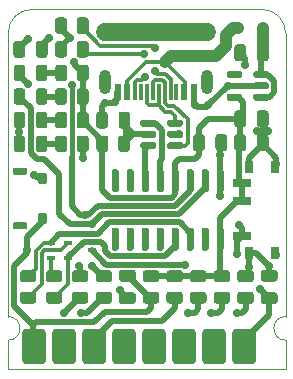
<source format=gbr>
G04 #@! TF.GenerationSoftware,KiCad,Pcbnew,6.0.10+dfsg-1~bpo11+1*
G04 #@! TF.ProjectId,project,70726f6a-6563-4742-9e6b-696361645f70,rev?*
G04 #@! TF.SameCoordinates,Original*
G04 #@! TF.FileFunction,Copper,L1,Top*
G04 #@! TF.FilePolarity,Positive*
%FSLAX46Y46*%
G04 Gerber Fmt 4.6, Leading zero omitted, Abs format (unit mm)*
%MOMM*%
%LPD*%
G01*
G04 APERTURE LIST*
G04 #@! TA.AperFunction,Profile*
%ADD10C,0.100000*%
G04 #@! TD*
G04 #@! TA.AperFunction,SMDPad,CuDef*
%ADD11R,0.600000X0.450000*%
G04 #@! TD*
G04 #@! TA.AperFunction,SMDPad,CuDef*
%ADD12R,1.500000X0.700000*%
G04 #@! TD*
G04 #@! TA.AperFunction,SMDPad,CuDef*
%ADD13R,0.800000X1.000000*%
G04 #@! TD*
G04 #@! TA.AperFunction,SMDPad,CuDef*
%ADD14R,0.600000X1.450000*%
G04 #@! TD*
G04 #@! TA.AperFunction,SMDPad,CuDef*
%ADD15R,0.300000X1.450000*%
G04 #@! TD*
G04 #@! TA.AperFunction,ComponentPad*
%ADD16O,1.000000X2.100000*%
G04 #@! TD*
G04 #@! TA.AperFunction,ComponentPad*
%ADD17O,1.000000X1.600000*%
G04 #@! TD*
G04 #@! TA.AperFunction,SMDPad,CuDef*
%ADD18R,0.700000X0.450000*%
G04 #@! TD*
G04 #@! TA.AperFunction,ViaPad*
%ADD19C,0.700000*%
G04 #@! TD*
G04 #@! TA.AperFunction,Conductor*
%ADD20C,0.500000*%
G04 #@! TD*
G04 #@! TA.AperFunction,Conductor*
%ADD21C,1.000000*%
G04 #@! TD*
G04 #@! TA.AperFunction,Conductor*
%ADD22C,0.300000*%
G04 #@! TD*
G04 #@! TA.AperFunction,Conductor*
%ADD23C,0.400000*%
G04 #@! TD*
G04 #@! TA.AperFunction,Conductor*
%ADD24C,1.500000*%
G04 #@! TD*
G04 APERTURE END LIST*
D10*
X122250000Y-126475000D02*
X101150000Y-126475000D01*
X123500000Y-98000000D02*
X123500000Y-122000000D01*
X100000000Y-98000000D02*
X100000000Y-122000000D01*
X123500000Y-98000000D02*
G75*
G03*
X121500000Y-96000000I-2000000J0D01*
G01*
X123500000Y-122000000D02*
G75*
G03*
X123500000Y-124000000I0J-1000000D01*
G01*
X123500000Y-124000000D02*
X123500000Y-126475000D01*
X122250000Y-126475000D02*
X123500000Y-126475000D01*
X100000000Y-124000000D02*
X100000000Y-126475000D01*
X102000000Y-96000000D02*
X121500000Y-96000000D01*
X101150000Y-126475000D02*
X100000000Y-126475000D01*
X100000000Y-124000000D02*
G75*
G03*
X100000000Y-122000000I0J1000000D01*
G01*
X102000000Y-96000000D02*
G75*
G03*
X100000000Y-98000000I0J-2000000D01*
G01*
G04 #@! TA.AperFunction,SMDPad,CuDef*
G36*
G01*
X112550000Y-120925000D02*
X111650000Y-120925000D01*
G75*
G02*
X111400000Y-120675000I0J250000D01*
G01*
X111400000Y-120150000D01*
G75*
G02*
X111650000Y-119900000I250000J0D01*
G01*
X112550000Y-119900000D01*
G75*
G02*
X112800000Y-120150000I0J-250000D01*
G01*
X112800000Y-120675000D01*
G75*
G02*
X112550000Y-120925000I-250000J0D01*
G01*
G37*
G04 #@! TD.AperFunction*
G04 #@! TA.AperFunction,SMDPad,CuDef*
G36*
G01*
X112550000Y-119100000D02*
X111650000Y-119100000D01*
G75*
G02*
X111400000Y-118850000I0J250000D01*
G01*
X111400000Y-118325000D01*
G75*
G02*
X111650000Y-118075000I250000J0D01*
G01*
X112550000Y-118075000D01*
G75*
G02*
X112800000Y-118325000I0J-250000D01*
G01*
X112800000Y-118850000D01*
G75*
G02*
X112550000Y-119100000I-250000J0D01*
G01*
G37*
G04 #@! TD.AperFunction*
G04 #@! TA.AperFunction,SMDPad,CuDef*
G36*
G01*
X110325000Y-106925000D02*
X110325000Y-107825000D01*
G75*
G02*
X110075000Y-108075000I-250000J0D01*
G01*
X109550000Y-108075000D01*
G75*
G02*
X109300000Y-107825000I0J250000D01*
G01*
X109300000Y-106925000D01*
G75*
G02*
X109550000Y-106675000I250000J0D01*
G01*
X110075000Y-106675000D01*
G75*
G02*
X110325000Y-106925000I0J-250000D01*
G01*
G37*
G04 #@! TD.AperFunction*
G04 #@! TA.AperFunction,SMDPad,CuDef*
G36*
G01*
X108500000Y-106925000D02*
X108500000Y-107825000D01*
G75*
G02*
X108250000Y-108075000I-250000J0D01*
G01*
X107725000Y-108075000D01*
G75*
G02*
X107475000Y-107825000I0J250000D01*
G01*
X107475000Y-106925000D01*
G75*
G02*
X107725000Y-106675000I250000J0D01*
G01*
X108250000Y-106675000D01*
G75*
G02*
X108500000Y-106925000I0J-250000D01*
G01*
G37*
G04 #@! TD.AperFunction*
G04 #@! TA.AperFunction,SMDPad,CuDef*
G36*
G01*
X109625000Y-118050000D02*
X110575000Y-118050000D01*
G75*
G02*
X110825000Y-118300000I0J-250000D01*
G01*
X110825000Y-118800000D01*
G75*
G02*
X110575000Y-119050000I-250000J0D01*
G01*
X109625000Y-119050000D01*
G75*
G02*
X109375000Y-118800000I0J250000D01*
G01*
X109375000Y-118300000D01*
G75*
G02*
X109625000Y-118050000I250000J0D01*
G01*
G37*
G04 #@! TD.AperFunction*
G04 #@! TA.AperFunction,SMDPad,CuDef*
G36*
G01*
X109625000Y-119950000D02*
X110575000Y-119950000D01*
G75*
G02*
X110825000Y-120200000I0J-250000D01*
G01*
X110825000Y-120700000D01*
G75*
G02*
X110575000Y-120950000I-250000J0D01*
G01*
X109625000Y-120950000D01*
G75*
G02*
X109375000Y-120700000I0J250000D01*
G01*
X109375000Y-120200000D01*
G75*
G02*
X109625000Y-119950000I250000J0D01*
G01*
G37*
G04 #@! TD.AperFunction*
G04 #@! TA.AperFunction,SMDPad,CuDef*
G36*
G01*
X103450000Y-118075000D02*
X104350000Y-118075000D01*
G75*
G02*
X104600000Y-118325000I0J-250000D01*
G01*
X104600000Y-118850000D01*
G75*
G02*
X104350000Y-119100000I-250000J0D01*
G01*
X103450000Y-119100000D01*
G75*
G02*
X103200000Y-118850000I0J250000D01*
G01*
X103200000Y-118325000D01*
G75*
G02*
X103450000Y-118075000I250000J0D01*
G01*
G37*
G04 #@! TD.AperFunction*
G04 #@! TA.AperFunction,SMDPad,CuDef*
G36*
G01*
X103450000Y-119900000D02*
X104350000Y-119900000D01*
G75*
G02*
X104600000Y-120150000I0J-250000D01*
G01*
X104600000Y-120675000D01*
G75*
G02*
X104350000Y-120925000I-250000J0D01*
G01*
X103450000Y-120925000D01*
G75*
G02*
X103200000Y-120675000I0J250000D01*
G01*
X103200000Y-120150000D01*
G75*
G02*
X103450000Y-119900000I250000J0D01*
G01*
G37*
G04 #@! TD.AperFunction*
G04 #@! TA.AperFunction,SMDPad,CuDef*
G36*
G01*
X103350000Y-98900000D02*
X103350000Y-99850000D01*
G75*
G02*
X103100000Y-100100000I-250000J0D01*
G01*
X102600000Y-100100000D01*
G75*
G02*
X102350000Y-99850000I0J250000D01*
G01*
X102350000Y-98900000D01*
G75*
G02*
X102600000Y-98650000I250000J0D01*
G01*
X103100000Y-98650000D01*
G75*
G02*
X103350000Y-98900000I0J-250000D01*
G01*
G37*
G04 #@! TD.AperFunction*
G04 #@! TA.AperFunction,SMDPad,CuDef*
G36*
G01*
X101450000Y-98900000D02*
X101450000Y-99850000D01*
G75*
G02*
X101200000Y-100100000I-250000J0D01*
G01*
X100700000Y-100100000D01*
G75*
G02*
X100450000Y-99850000I0J250000D01*
G01*
X100450000Y-98900000D01*
G75*
G02*
X100700000Y-98650000I250000J0D01*
G01*
X101200000Y-98650000D01*
G75*
G02*
X101450000Y-98900000I0J-250000D01*
G01*
G37*
G04 #@! TD.AperFunction*
G04 #@! TA.AperFunction,SMDPad,CuDef*
G36*
G01*
X100475000Y-101831250D02*
X100475000Y-100918750D01*
G75*
G02*
X100718750Y-100675000I243750J0D01*
G01*
X101206250Y-100675000D01*
G75*
G02*
X101450000Y-100918750I0J-243750D01*
G01*
X101450000Y-101831250D01*
G75*
G02*
X101206250Y-102075000I-243750J0D01*
G01*
X100718750Y-102075000D01*
G75*
G02*
X100475000Y-101831250I0J243750D01*
G01*
G37*
G04 #@! TD.AperFunction*
G04 #@! TA.AperFunction,SMDPad,CuDef*
G36*
G01*
X102350000Y-101831250D02*
X102350000Y-100918750D01*
G75*
G02*
X102593750Y-100675000I243750J0D01*
G01*
X103081250Y-100675000D01*
G75*
G02*
X103325000Y-100918750I0J-243750D01*
G01*
X103325000Y-101831250D01*
G75*
G02*
X103081250Y-102075000I-243750J0D01*
G01*
X102593750Y-102075000D01*
G75*
G02*
X102350000Y-101831250I0J243750D01*
G01*
G37*
G04 #@! TD.AperFunction*
G04 #@! TA.AperFunction,SMDPad,CuDef*
G36*
G01*
X100475000Y-103831250D02*
X100475000Y-102918750D01*
G75*
G02*
X100718750Y-102675000I243750J0D01*
G01*
X101206250Y-102675000D01*
G75*
G02*
X101450000Y-102918750I0J-243750D01*
G01*
X101450000Y-103831250D01*
G75*
G02*
X101206250Y-104075000I-243750J0D01*
G01*
X100718750Y-104075000D01*
G75*
G02*
X100475000Y-103831250I0J243750D01*
G01*
G37*
G04 #@! TD.AperFunction*
G04 #@! TA.AperFunction,SMDPad,CuDef*
G36*
G01*
X102350000Y-103831250D02*
X102350000Y-102918750D01*
G75*
G02*
X102593750Y-102675000I243750J0D01*
G01*
X103081250Y-102675000D01*
G75*
G02*
X103325000Y-102918750I0J-243750D01*
G01*
X103325000Y-103831250D01*
G75*
G02*
X103081250Y-104075000I-243750J0D01*
G01*
X102593750Y-104075000D01*
G75*
G02*
X102350000Y-103831250I0J243750D01*
G01*
G37*
G04 #@! TD.AperFunction*
G04 #@! TA.AperFunction,SMDPad,CuDef*
G36*
G01*
X119150000Y-107750000D02*
X119150000Y-106800000D01*
G75*
G02*
X119400000Y-106550000I250000J0D01*
G01*
X119900000Y-106550000D01*
G75*
G02*
X120150000Y-106800000I0J-250000D01*
G01*
X120150000Y-107750000D01*
G75*
G02*
X119900000Y-108000000I-250000J0D01*
G01*
X119400000Y-108000000D01*
G75*
G02*
X119150000Y-107750000I0J250000D01*
G01*
G37*
G04 #@! TD.AperFunction*
G04 #@! TA.AperFunction,SMDPad,CuDef*
G36*
G01*
X121050000Y-107750000D02*
X121050000Y-106800000D01*
G75*
G02*
X121300000Y-106550000I250000J0D01*
G01*
X121800000Y-106550000D01*
G75*
G02*
X122050000Y-106800000I0J-250000D01*
G01*
X122050000Y-107750000D01*
G75*
G02*
X121800000Y-108000000I-250000J0D01*
G01*
X121300000Y-108000000D01*
G75*
G02*
X121050000Y-107750000I0J250000D01*
G01*
G37*
G04 #@! TD.AperFunction*
G04 #@! TA.AperFunction,SMDPad,CuDef*
G36*
G01*
X118550000Y-120925000D02*
X117650000Y-120925000D01*
G75*
G02*
X117400000Y-120675000I0J250000D01*
G01*
X117400000Y-120150000D01*
G75*
G02*
X117650000Y-119900000I250000J0D01*
G01*
X118550000Y-119900000D01*
G75*
G02*
X118800000Y-120150000I0J-250000D01*
G01*
X118800000Y-120675000D01*
G75*
G02*
X118550000Y-120925000I-250000J0D01*
G01*
G37*
G04 #@! TD.AperFunction*
G04 #@! TA.AperFunction,SMDPad,CuDef*
G36*
G01*
X118550000Y-119100000D02*
X117650000Y-119100000D01*
G75*
G02*
X117400000Y-118850000I0J250000D01*
G01*
X117400000Y-118325000D01*
G75*
G02*
X117650000Y-118075000I250000J0D01*
G01*
X118550000Y-118075000D01*
G75*
G02*
X118800000Y-118325000I0J-250000D01*
G01*
X118800000Y-118850000D01*
G75*
G02*
X118550000Y-119100000I-250000J0D01*
G01*
G37*
G04 #@! TD.AperFunction*
G04 #@! TA.AperFunction,SMDPad,CuDef*
G36*
G01*
X117795000Y-109525000D02*
X118095000Y-109525000D01*
G75*
G02*
X118245000Y-109675000I0J-150000D01*
G01*
X118245000Y-111325000D01*
G75*
G02*
X118095000Y-111475000I-150000J0D01*
G01*
X117795000Y-111475000D01*
G75*
G02*
X117645000Y-111325000I0J150000D01*
G01*
X117645000Y-109675000D01*
G75*
G02*
X117795000Y-109525000I150000J0D01*
G01*
G37*
G04 #@! TD.AperFunction*
G04 #@! TA.AperFunction,SMDPad,CuDef*
G36*
G01*
X116525000Y-109525000D02*
X116825000Y-109525000D01*
G75*
G02*
X116975000Y-109675000I0J-150000D01*
G01*
X116975000Y-111325000D01*
G75*
G02*
X116825000Y-111475000I-150000J0D01*
G01*
X116525000Y-111475000D01*
G75*
G02*
X116375000Y-111325000I0J150000D01*
G01*
X116375000Y-109675000D01*
G75*
G02*
X116525000Y-109525000I150000J0D01*
G01*
G37*
G04 #@! TD.AperFunction*
G04 #@! TA.AperFunction,SMDPad,CuDef*
G36*
G01*
X115255000Y-109525000D02*
X115555000Y-109525000D01*
G75*
G02*
X115705000Y-109675000I0J-150000D01*
G01*
X115705000Y-111325000D01*
G75*
G02*
X115555000Y-111475000I-150000J0D01*
G01*
X115255000Y-111475000D01*
G75*
G02*
X115105000Y-111325000I0J150000D01*
G01*
X115105000Y-109675000D01*
G75*
G02*
X115255000Y-109525000I150000J0D01*
G01*
G37*
G04 #@! TD.AperFunction*
G04 #@! TA.AperFunction,SMDPad,CuDef*
G36*
G01*
X113985000Y-109525000D02*
X114285000Y-109525000D01*
G75*
G02*
X114435000Y-109675000I0J-150000D01*
G01*
X114435000Y-111325000D01*
G75*
G02*
X114285000Y-111475000I-150000J0D01*
G01*
X113985000Y-111475000D01*
G75*
G02*
X113835000Y-111325000I0J150000D01*
G01*
X113835000Y-109675000D01*
G75*
G02*
X113985000Y-109525000I150000J0D01*
G01*
G37*
G04 #@! TD.AperFunction*
G04 #@! TA.AperFunction,SMDPad,CuDef*
G36*
G01*
X112715000Y-109525000D02*
X113015000Y-109525000D01*
G75*
G02*
X113165000Y-109675000I0J-150000D01*
G01*
X113165000Y-111325000D01*
G75*
G02*
X113015000Y-111475000I-150000J0D01*
G01*
X112715000Y-111475000D01*
G75*
G02*
X112565000Y-111325000I0J150000D01*
G01*
X112565000Y-109675000D01*
G75*
G02*
X112715000Y-109525000I150000J0D01*
G01*
G37*
G04 #@! TD.AperFunction*
G04 #@! TA.AperFunction,SMDPad,CuDef*
G36*
G01*
X111445000Y-109525000D02*
X111745000Y-109525000D01*
G75*
G02*
X111895000Y-109675000I0J-150000D01*
G01*
X111895000Y-111325000D01*
G75*
G02*
X111745000Y-111475000I-150000J0D01*
G01*
X111445000Y-111475000D01*
G75*
G02*
X111295000Y-111325000I0J150000D01*
G01*
X111295000Y-109675000D01*
G75*
G02*
X111445000Y-109525000I150000J0D01*
G01*
G37*
G04 #@! TD.AperFunction*
G04 #@! TA.AperFunction,SMDPad,CuDef*
G36*
G01*
X110175000Y-109525000D02*
X110475000Y-109525000D01*
G75*
G02*
X110625000Y-109675000I0J-150000D01*
G01*
X110625000Y-111325000D01*
G75*
G02*
X110475000Y-111475000I-150000J0D01*
G01*
X110175000Y-111475000D01*
G75*
G02*
X110025000Y-111325000I0J150000D01*
G01*
X110025000Y-109675000D01*
G75*
G02*
X110175000Y-109525000I150000J0D01*
G01*
G37*
G04 #@! TD.AperFunction*
G04 #@! TA.AperFunction,SMDPad,CuDef*
G36*
G01*
X108905000Y-109525000D02*
X109205000Y-109525000D01*
G75*
G02*
X109355000Y-109675000I0J-150000D01*
G01*
X109355000Y-111325000D01*
G75*
G02*
X109205000Y-111475000I-150000J0D01*
G01*
X108905000Y-111475000D01*
G75*
G02*
X108755000Y-111325000I0J150000D01*
G01*
X108755000Y-109675000D01*
G75*
G02*
X108905000Y-109525000I150000J0D01*
G01*
G37*
G04 #@! TD.AperFunction*
G04 #@! TA.AperFunction,SMDPad,CuDef*
G36*
G01*
X108905000Y-114475000D02*
X109205000Y-114475000D01*
G75*
G02*
X109355000Y-114625000I0J-150000D01*
G01*
X109355000Y-116275000D01*
G75*
G02*
X109205000Y-116425000I-150000J0D01*
G01*
X108905000Y-116425000D01*
G75*
G02*
X108755000Y-116275000I0J150000D01*
G01*
X108755000Y-114625000D01*
G75*
G02*
X108905000Y-114475000I150000J0D01*
G01*
G37*
G04 #@! TD.AperFunction*
G04 #@! TA.AperFunction,SMDPad,CuDef*
G36*
G01*
X110175000Y-114475000D02*
X110475000Y-114475000D01*
G75*
G02*
X110625000Y-114625000I0J-150000D01*
G01*
X110625000Y-116275000D01*
G75*
G02*
X110475000Y-116425000I-150000J0D01*
G01*
X110175000Y-116425000D01*
G75*
G02*
X110025000Y-116275000I0J150000D01*
G01*
X110025000Y-114625000D01*
G75*
G02*
X110175000Y-114475000I150000J0D01*
G01*
G37*
G04 #@! TD.AperFunction*
G04 #@! TA.AperFunction,SMDPad,CuDef*
G36*
G01*
X111445000Y-114475000D02*
X111745000Y-114475000D01*
G75*
G02*
X111895000Y-114625000I0J-150000D01*
G01*
X111895000Y-116275000D01*
G75*
G02*
X111745000Y-116425000I-150000J0D01*
G01*
X111445000Y-116425000D01*
G75*
G02*
X111295000Y-116275000I0J150000D01*
G01*
X111295000Y-114625000D01*
G75*
G02*
X111445000Y-114475000I150000J0D01*
G01*
G37*
G04 #@! TD.AperFunction*
G04 #@! TA.AperFunction,SMDPad,CuDef*
G36*
G01*
X112715000Y-114475000D02*
X113015000Y-114475000D01*
G75*
G02*
X113165000Y-114625000I0J-150000D01*
G01*
X113165000Y-116275000D01*
G75*
G02*
X113015000Y-116425000I-150000J0D01*
G01*
X112715000Y-116425000D01*
G75*
G02*
X112565000Y-116275000I0J150000D01*
G01*
X112565000Y-114625000D01*
G75*
G02*
X112715000Y-114475000I150000J0D01*
G01*
G37*
G04 #@! TD.AperFunction*
G04 #@! TA.AperFunction,SMDPad,CuDef*
G36*
G01*
X113985000Y-114475000D02*
X114285000Y-114475000D01*
G75*
G02*
X114435000Y-114625000I0J-150000D01*
G01*
X114435000Y-116275000D01*
G75*
G02*
X114285000Y-116425000I-150000J0D01*
G01*
X113985000Y-116425000D01*
G75*
G02*
X113835000Y-116275000I0J150000D01*
G01*
X113835000Y-114625000D01*
G75*
G02*
X113985000Y-114475000I150000J0D01*
G01*
G37*
G04 #@! TD.AperFunction*
G04 #@! TA.AperFunction,SMDPad,CuDef*
G36*
G01*
X115255000Y-114475000D02*
X115555000Y-114475000D01*
G75*
G02*
X115705000Y-114625000I0J-150000D01*
G01*
X115705000Y-116275000D01*
G75*
G02*
X115555000Y-116425000I-150000J0D01*
G01*
X115255000Y-116425000D01*
G75*
G02*
X115105000Y-116275000I0J150000D01*
G01*
X115105000Y-114625000D01*
G75*
G02*
X115255000Y-114475000I150000J0D01*
G01*
G37*
G04 #@! TD.AperFunction*
G04 #@! TA.AperFunction,SMDPad,CuDef*
G36*
G01*
X116525000Y-114475000D02*
X116825000Y-114475000D01*
G75*
G02*
X116975000Y-114625000I0J-150000D01*
G01*
X116975000Y-116275000D01*
G75*
G02*
X116825000Y-116425000I-150000J0D01*
G01*
X116525000Y-116425000D01*
G75*
G02*
X116375000Y-116275000I0J150000D01*
G01*
X116375000Y-114625000D01*
G75*
G02*
X116525000Y-114475000I150000J0D01*
G01*
G37*
G04 #@! TD.AperFunction*
G04 #@! TA.AperFunction,SMDPad,CuDef*
G36*
G01*
X117795000Y-114475000D02*
X118095000Y-114475000D01*
G75*
G02*
X118245000Y-114625000I0J-150000D01*
G01*
X118245000Y-116275000D01*
G75*
G02*
X118095000Y-116425000I-150000J0D01*
G01*
X117795000Y-116425000D01*
G75*
G02*
X117645000Y-116275000I0J150000D01*
G01*
X117645000Y-114625000D01*
G75*
G02*
X117795000Y-114475000I150000J0D01*
G01*
G37*
G04 #@! TD.AperFunction*
G04 #@! TA.AperFunction,SMDPad,CuDef*
G36*
G01*
X115650000Y-107750000D02*
X115650000Y-106800000D01*
G75*
G02*
X115900000Y-106550000I250000J0D01*
G01*
X116400000Y-106550000D01*
G75*
G02*
X116650000Y-106800000I0J-250000D01*
G01*
X116650000Y-107750000D01*
G75*
G02*
X116400000Y-108000000I-250000J0D01*
G01*
X115900000Y-108000000D01*
G75*
G02*
X115650000Y-107750000I0J250000D01*
G01*
G37*
G04 #@! TD.AperFunction*
G04 #@! TA.AperFunction,SMDPad,CuDef*
G36*
G01*
X117550000Y-107750000D02*
X117550000Y-106800000D01*
G75*
G02*
X117800000Y-106550000I250000J0D01*
G01*
X118300000Y-106550000D01*
G75*
G02*
X118550000Y-106800000I0J-250000D01*
G01*
X118550000Y-107750000D01*
G75*
G02*
X118300000Y-108000000I-250000J0D01*
G01*
X117800000Y-108000000D01*
G75*
G02*
X117550000Y-107750000I0J250000D01*
G01*
G37*
G04 #@! TD.AperFunction*
G04 #@! TA.AperFunction,SMDPad,CuDef*
G36*
G01*
X103975000Y-99825000D02*
X103975000Y-98925000D01*
G75*
G02*
X104225000Y-98675000I250000J0D01*
G01*
X104750000Y-98675000D01*
G75*
G02*
X105000000Y-98925000I0J-250000D01*
G01*
X105000000Y-99825000D01*
G75*
G02*
X104750000Y-100075000I-250000J0D01*
G01*
X104225000Y-100075000D01*
G75*
G02*
X103975000Y-99825000I0J250000D01*
G01*
G37*
G04 #@! TD.AperFunction*
G04 #@! TA.AperFunction,SMDPad,CuDef*
G36*
G01*
X105800000Y-99825000D02*
X105800000Y-98925000D01*
G75*
G02*
X106050000Y-98675000I250000J0D01*
G01*
X106575000Y-98675000D01*
G75*
G02*
X106825000Y-98925000I0J-250000D01*
G01*
X106825000Y-99825000D01*
G75*
G02*
X106575000Y-100075000I-250000J0D01*
G01*
X106050000Y-100075000D01*
G75*
G02*
X105800000Y-99825000I0J250000D01*
G01*
G37*
G04 #@! TD.AperFunction*
D11*
X121550000Y-97575000D03*
X119450000Y-97575000D03*
G04 #@! TA.AperFunction,SMDPad,CuDef*
G36*
G01*
X103975000Y-103825000D02*
X103975000Y-102925000D01*
G75*
G02*
X104225000Y-102675000I250000J0D01*
G01*
X104750000Y-102675000D01*
G75*
G02*
X105000000Y-102925000I0J-250000D01*
G01*
X105000000Y-103825000D01*
G75*
G02*
X104750000Y-104075000I-250000J0D01*
G01*
X104225000Y-104075000D01*
G75*
G02*
X103975000Y-103825000I0J250000D01*
G01*
G37*
G04 #@! TD.AperFunction*
G04 #@! TA.AperFunction,SMDPad,CuDef*
G36*
G01*
X105800000Y-103825000D02*
X105800000Y-102925000D01*
G75*
G02*
X106050000Y-102675000I250000J0D01*
G01*
X106575000Y-102675000D01*
G75*
G02*
X106825000Y-102925000I0J-250000D01*
G01*
X106825000Y-103825000D01*
G75*
G02*
X106575000Y-104075000I-250000J0D01*
G01*
X106050000Y-104075000D01*
G75*
G02*
X105800000Y-103825000I0J250000D01*
G01*
G37*
G04 #@! TD.AperFunction*
G04 #@! TA.AperFunction,SMDPad,CuDef*
G36*
G01*
X103975000Y-97825000D02*
X103975000Y-96925000D01*
G75*
G02*
X104225000Y-96675000I250000J0D01*
G01*
X104750000Y-96675000D01*
G75*
G02*
X105000000Y-96925000I0J-250000D01*
G01*
X105000000Y-97825000D01*
G75*
G02*
X104750000Y-98075000I-250000J0D01*
G01*
X104225000Y-98075000D01*
G75*
G02*
X103975000Y-97825000I0J250000D01*
G01*
G37*
G04 #@! TD.AperFunction*
G04 #@! TA.AperFunction,SMDPad,CuDef*
G36*
G01*
X105800000Y-97825000D02*
X105800000Y-96925000D01*
G75*
G02*
X106050000Y-96675000I250000J0D01*
G01*
X106575000Y-96675000D01*
G75*
G02*
X106825000Y-96925000I0J-250000D01*
G01*
X106825000Y-97825000D01*
G75*
G02*
X106575000Y-98075000I-250000J0D01*
G01*
X106050000Y-98075000D01*
G75*
G02*
X105800000Y-97825000I0J250000D01*
G01*
G37*
G04 #@! TD.AperFunction*
G04 #@! TA.AperFunction,SMDPad,CuDef*
G36*
G01*
X122100000Y-103275000D02*
X122100000Y-103575000D01*
G75*
G02*
X121950000Y-103725000I-150000J0D01*
G01*
X120925000Y-103725000D01*
G75*
G02*
X120775000Y-103575000I0J150000D01*
G01*
X120775000Y-103275000D01*
G75*
G02*
X120925000Y-103125000I150000J0D01*
G01*
X121950000Y-103125000D01*
G75*
G02*
X122100000Y-103275000I0J-150000D01*
G01*
G37*
G04 #@! TD.AperFunction*
G04 #@! TA.AperFunction,SMDPad,CuDef*
G36*
G01*
X122100000Y-102325000D02*
X122100000Y-102625000D01*
G75*
G02*
X121950000Y-102775000I-150000J0D01*
G01*
X120925000Y-102775000D01*
G75*
G02*
X120775000Y-102625000I0J150000D01*
G01*
X120775000Y-102325000D01*
G75*
G02*
X120925000Y-102175000I150000J0D01*
G01*
X121950000Y-102175000D01*
G75*
G02*
X122100000Y-102325000I0J-150000D01*
G01*
G37*
G04 #@! TD.AperFunction*
G04 #@! TA.AperFunction,SMDPad,CuDef*
G36*
G01*
X122100000Y-101375000D02*
X122100000Y-101675000D01*
G75*
G02*
X121950000Y-101825000I-150000J0D01*
G01*
X120925000Y-101825000D01*
G75*
G02*
X120775000Y-101675000I0J150000D01*
G01*
X120775000Y-101375000D01*
G75*
G02*
X120925000Y-101225000I150000J0D01*
G01*
X121950000Y-101225000D01*
G75*
G02*
X122100000Y-101375000I0J-150000D01*
G01*
G37*
G04 #@! TD.AperFunction*
G04 #@! TA.AperFunction,SMDPad,CuDef*
G36*
G01*
X119825000Y-101375000D02*
X119825000Y-101675000D01*
G75*
G02*
X119675000Y-101825000I-150000J0D01*
G01*
X118650000Y-101825000D01*
G75*
G02*
X118500000Y-101675000I0J150000D01*
G01*
X118500000Y-101375000D01*
G75*
G02*
X118650000Y-101225000I150000J0D01*
G01*
X119675000Y-101225000D01*
G75*
G02*
X119825000Y-101375000I0J-150000D01*
G01*
G37*
G04 #@! TD.AperFunction*
G04 #@! TA.AperFunction,SMDPad,CuDef*
G36*
G01*
X119825000Y-103275000D02*
X119825000Y-103575000D01*
G75*
G02*
X119675000Y-103725000I-150000J0D01*
G01*
X118650000Y-103725000D01*
G75*
G02*
X118500000Y-103575000I0J150000D01*
G01*
X118500000Y-103275000D01*
G75*
G02*
X118650000Y-103125000I150000J0D01*
G01*
X119675000Y-103125000D01*
G75*
G02*
X119825000Y-103275000I0J-150000D01*
G01*
G37*
G04 #@! TD.AperFunction*
G04 #@! TA.AperFunction,SMDPad,CuDef*
G36*
G01*
X103975000Y-107825000D02*
X103975000Y-106925000D01*
G75*
G02*
X104225000Y-106675000I250000J0D01*
G01*
X104750000Y-106675000D01*
G75*
G02*
X105000000Y-106925000I0J-250000D01*
G01*
X105000000Y-107825000D01*
G75*
G02*
X104750000Y-108075000I-250000J0D01*
G01*
X104225000Y-108075000D01*
G75*
G02*
X103975000Y-107825000I0J250000D01*
G01*
G37*
G04 #@! TD.AperFunction*
G04 #@! TA.AperFunction,SMDPad,CuDef*
G36*
G01*
X105800000Y-107825000D02*
X105800000Y-106925000D01*
G75*
G02*
X106050000Y-106675000I250000J0D01*
G01*
X106575000Y-106675000D01*
G75*
G02*
X106825000Y-106925000I0J-250000D01*
G01*
X106825000Y-107825000D01*
G75*
G02*
X106575000Y-108075000I-250000J0D01*
G01*
X106050000Y-108075000D01*
G75*
G02*
X105800000Y-107825000I0J250000D01*
G01*
G37*
G04 #@! TD.AperFunction*
G04 #@! TA.AperFunction,SMDPad,CuDef*
G36*
G01*
X114800000Y-107375000D02*
X114800000Y-107675000D01*
G75*
G02*
X114650000Y-107825000I-150000J0D01*
G01*
X113625000Y-107825000D01*
G75*
G02*
X113475000Y-107675000I0J150000D01*
G01*
X113475000Y-107375000D01*
G75*
G02*
X113625000Y-107225000I150000J0D01*
G01*
X114650000Y-107225000D01*
G75*
G02*
X114800000Y-107375000I0J-150000D01*
G01*
G37*
G04 #@! TD.AperFunction*
G04 #@! TA.AperFunction,SMDPad,CuDef*
G36*
G01*
X114800000Y-106425000D02*
X114800000Y-106725000D01*
G75*
G02*
X114650000Y-106875000I-150000J0D01*
G01*
X113625000Y-106875000D01*
G75*
G02*
X113475000Y-106725000I0J150000D01*
G01*
X113475000Y-106425000D01*
G75*
G02*
X113625000Y-106275000I150000J0D01*
G01*
X114650000Y-106275000D01*
G75*
G02*
X114800000Y-106425000I0J-150000D01*
G01*
G37*
G04 #@! TD.AperFunction*
G04 #@! TA.AperFunction,SMDPad,CuDef*
G36*
G01*
X114800000Y-105475000D02*
X114800000Y-105775000D01*
G75*
G02*
X114650000Y-105925000I-150000J0D01*
G01*
X113625000Y-105925000D01*
G75*
G02*
X113475000Y-105775000I0J150000D01*
G01*
X113475000Y-105475000D01*
G75*
G02*
X113625000Y-105325000I150000J0D01*
G01*
X114650000Y-105325000D01*
G75*
G02*
X114800000Y-105475000I0J-150000D01*
G01*
G37*
G04 #@! TD.AperFunction*
G04 #@! TA.AperFunction,SMDPad,CuDef*
G36*
G01*
X112525000Y-105475000D02*
X112525000Y-105775000D01*
G75*
G02*
X112375000Y-105925000I-150000J0D01*
G01*
X111350000Y-105925000D01*
G75*
G02*
X111200000Y-105775000I0J150000D01*
G01*
X111200000Y-105475000D01*
G75*
G02*
X111350000Y-105325000I150000J0D01*
G01*
X112375000Y-105325000D01*
G75*
G02*
X112525000Y-105475000I0J-150000D01*
G01*
G37*
G04 #@! TD.AperFunction*
G04 #@! TA.AperFunction,SMDPad,CuDef*
G36*
G01*
X112525000Y-106425000D02*
X112525000Y-106725000D01*
G75*
G02*
X112375000Y-106875000I-150000J0D01*
G01*
X111350000Y-106875000D01*
G75*
G02*
X111200000Y-106725000I0J150000D01*
G01*
X111200000Y-106425000D01*
G75*
G02*
X111350000Y-106275000I150000J0D01*
G01*
X112375000Y-106275000D01*
G75*
G02*
X112525000Y-106425000I0J-150000D01*
G01*
G37*
G04 #@! TD.AperFunction*
G04 #@! TA.AperFunction,SMDPad,CuDef*
G36*
G01*
X112525000Y-107375000D02*
X112525000Y-107675000D01*
G75*
G02*
X112375000Y-107825000I-150000J0D01*
G01*
X111350000Y-107825000D01*
G75*
G02*
X111200000Y-107675000I0J150000D01*
G01*
X111200000Y-107375000D01*
G75*
G02*
X111350000Y-107225000I150000J0D01*
G01*
X112375000Y-107225000D01*
G75*
G02*
X112525000Y-107375000I0J-150000D01*
G01*
G37*
G04 #@! TD.AperFunction*
D12*
X119772000Y-115225000D03*
X119772000Y-112225000D03*
X119772000Y-110725000D03*
D13*
X120422000Y-116625000D03*
X122632000Y-116625000D03*
X120422000Y-109325000D03*
X122632000Y-109325000D03*
G04 #@! TA.AperFunction,SMDPad,CuDef*
G36*
G01*
X100475000Y-107831250D02*
X100475000Y-106918750D01*
G75*
G02*
X100718750Y-106675000I243750J0D01*
G01*
X101206250Y-106675000D01*
G75*
G02*
X101450000Y-106918750I0J-243750D01*
G01*
X101450000Y-107831250D01*
G75*
G02*
X101206250Y-108075000I-243750J0D01*
G01*
X100718750Y-108075000D01*
G75*
G02*
X100475000Y-107831250I0J243750D01*
G01*
G37*
G04 #@! TD.AperFunction*
G04 #@! TA.AperFunction,SMDPad,CuDef*
G36*
G01*
X102350000Y-107831250D02*
X102350000Y-106918750D01*
G75*
G02*
X102593750Y-106675000I243750J0D01*
G01*
X103081250Y-106675000D01*
G75*
G02*
X103325000Y-106918750I0J-243750D01*
G01*
X103325000Y-107831250D01*
G75*
G02*
X103081250Y-108075000I-243750J0D01*
G01*
X102593750Y-108075000D01*
G75*
G02*
X102350000Y-107831250I0J243750D01*
G01*
G37*
G04 #@! TD.AperFunction*
G04 #@! TA.AperFunction,SMDPad,CuDef*
G36*
G01*
X110350000Y-104900000D02*
X110350000Y-105850000D01*
G75*
G02*
X110100000Y-106100000I-250000J0D01*
G01*
X109600000Y-106100000D01*
G75*
G02*
X109350000Y-105850000I0J250000D01*
G01*
X109350000Y-104900000D01*
G75*
G02*
X109600000Y-104650000I250000J0D01*
G01*
X110100000Y-104650000D01*
G75*
G02*
X110350000Y-104900000I0J-250000D01*
G01*
G37*
G04 #@! TD.AperFunction*
G04 #@! TA.AperFunction,SMDPad,CuDef*
G36*
G01*
X108450000Y-104900000D02*
X108450000Y-105850000D01*
G75*
G02*
X108200000Y-106100000I-250000J0D01*
G01*
X107700000Y-106100000D01*
G75*
G02*
X107450000Y-105850000I0J250000D01*
G01*
X107450000Y-104900000D01*
G75*
G02*
X107700000Y-104650000I250000J0D01*
G01*
X108200000Y-104650000D01*
G75*
G02*
X108450000Y-104900000I0J-250000D01*
G01*
G37*
G04 #@! TD.AperFunction*
G04 #@! TA.AperFunction,SMDPad,CuDef*
G36*
G01*
X100475000Y-105831250D02*
X100475000Y-104918750D01*
G75*
G02*
X100718750Y-104675000I243750J0D01*
G01*
X101206250Y-104675000D01*
G75*
G02*
X101450000Y-104918750I0J-243750D01*
G01*
X101450000Y-105831250D01*
G75*
G02*
X101206250Y-106075000I-243750J0D01*
G01*
X100718750Y-106075000D01*
G75*
G02*
X100475000Y-105831250I0J243750D01*
G01*
G37*
G04 #@! TD.AperFunction*
G04 #@! TA.AperFunction,SMDPad,CuDef*
G36*
G01*
X102350000Y-105831250D02*
X102350000Y-104918750D01*
G75*
G02*
X102593750Y-104675000I243750J0D01*
G01*
X103081250Y-104675000D01*
G75*
G02*
X103325000Y-104918750I0J-243750D01*
G01*
X103325000Y-105831250D01*
G75*
G02*
X103081250Y-106075000I-243750J0D01*
G01*
X102593750Y-106075000D01*
G75*
G02*
X102350000Y-105831250I0J243750D01*
G01*
G37*
G04 #@! TD.AperFunction*
G04 #@! TA.AperFunction,SMDPad,CuDef*
G36*
G01*
X103975000Y-101825000D02*
X103975000Y-100925000D01*
G75*
G02*
X104225000Y-100675000I250000J0D01*
G01*
X104750000Y-100675000D01*
G75*
G02*
X105000000Y-100925000I0J-250000D01*
G01*
X105000000Y-101825000D01*
G75*
G02*
X104750000Y-102075000I-250000J0D01*
G01*
X104225000Y-102075000D01*
G75*
G02*
X103975000Y-101825000I0J250000D01*
G01*
G37*
G04 #@! TD.AperFunction*
G04 #@! TA.AperFunction,SMDPad,CuDef*
G36*
G01*
X105800000Y-101825000D02*
X105800000Y-100925000D01*
G75*
G02*
X106050000Y-100675000I250000J0D01*
G01*
X106575000Y-100675000D01*
G75*
G02*
X106825000Y-100925000I0J-250000D01*
G01*
X106825000Y-101825000D01*
G75*
G02*
X106575000Y-102075000I-250000J0D01*
G01*
X106050000Y-102075000D01*
G75*
G02*
X105800000Y-101825000I0J250000D01*
G01*
G37*
G04 #@! TD.AperFunction*
D14*
X115700000Y-103020000D03*
X114900000Y-103020000D03*
D15*
X113750000Y-103020000D03*
X112750000Y-103020000D03*
X112250000Y-103020000D03*
X111250000Y-103020000D03*
D14*
X110100000Y-103020000D03*
X109300000Y-103020000D03*
X109300000Y-103020000D03*
X110100000Y-103020000D03*
D15*
X110750000Y-103020000D03*
X111750000Y-103020000D03*
X113250000Y-103020000D03*
X114250000Y-103020000D03*
D14*
X114900000Y-103020000D03*
X115700000Y-103020000D03*
D16*
X116820000Y-102105000D03*
D17*
X108180000Y-97925000D03*
D16*
X108180000Y-102105000D03*
D17*
X116820000Y-97925000D03*
G04 #@! TA.AperFunction,SMDPad,CuDef*
G36*
G01*
X101250000Y-118075000D02*
X102150000Y-118075000D01*
G75*
G02*
X102400000Y-118325000I0J-250000D01*
G01*
X102400000Y-118850000D01*
G75*
G02*
X102150000Y-119100000I-250000J0D01*
G01*
X101250000Y-119100000D01*
G75*
G02*
X101000000Y-118850000I0J250000D01*
G01*
X101000000Y-118325000D01*
G75*
G02*
X101250000Y-118075000I250000J0D01*
G01*
G37*
G04 #@! TD.AperFunction*
G04 #@! TA.AperFunction,SMDPad,CuDef*
G36*
G01*
X101250000Y-119900000D02*
X102150000Y-119900000D01*
G75*
G02*
X102400000Y-120150000I0J-250000D01*
G01*
X102400000Y-120675000D01*
G75*
G02*
X102150000Y-120925000I-250000J0D01*
G01*
X101250000Y-120925000D01*
G75*
G02*
X101000000Y-120675000I0J250000D01*
G01*
X101000000Y-120150000D01*
G75*
G02*
X101250000Y-119900000I250000J0D01*
G01*
G37*
G04 #@! TD.AperFunction*
G04 #@! TA.AperFunction,SMDPad,CuDef*
G36*
G01*
X122575000Y-120950000D02*
X121625000Y-120950000D01*
G75*
G02*
X121375000Y-120700000I0J250000D01*
G01*
X121375000Y-120200000D01*
G75*
G02*
X121625000Y-119950000I250000J0D01*
G01*
X122575000Y-119950000D01*
G75*
G02*
X122825000Y-120200000I0J-250000D01*
G01*
X122825000Y-120700000D01*
G75*
G02*
X122575000Y-120950000I-250000J0D01*
G01*
G37*
G04 #@! TD.AperFunction*
G04 #@! TA.AperFunction,SMDPad,CuDef*
G36*
G01*
X122575000Y-119050000D02*
X121625000Y-119050000D01*
G75*
G02*
X121375000Y-118800000I0J250000D01*
G01*
X121375000Y-118300000D01*
G75*
G02*
X121625000Y-118050000I250000J0D01*
G01*
X122575000Y-118050000D01*
G75*
G02*
X122825000Y-118300000I0J-250000D01*
G01*
X122825000Y-118800000D01*
G75*
G02*
X122575000Y-119050000I-250000J0D01*
G01*
G37*
G04 #@! TD.AperFunction*
G04 #@! TA.AperFunction,SMDPad,CuDef*
G36*
G01*
X103205500Y-114150000D02*
X102605500Y-114150000D01*
G75*
G02*
X102505500Y-114050000I0J100000D01*
G01*
X102505500Y-113350000D01*
G75*
G02*
X102605500Y-113250000I100000J0D01*
G01*
X103205500Y-113250000D01*
G75*
G02*
X103305500Y-113350000I0J-100000D01*
G01*
X103305500Y-114050000D01*
G75*
G02*
X103205500Y-114150000I-100000J0D01*
G01*
G37*
G04 #@! TD.AperFunction*
G04 #@! TA.AperFunction,SMDPad,CuDef*
G36*
G01*
X103205500Y-110750000D02*
X102605500Y-110750000D01*
G75*
G02*
X102505500Y-110650000I0J100000D01*
G01*
X102505500Y-109950000D01*
G75*
G02*
X102605500Y-109850000I100000J0D01*
G01*
X103205500Y-109850000D01*
G75*
G02*
X103305500Y-109950000I0J-100000D01*
G01*
X103305500Y-110650000D01*
G75*
G02*
X103205500Y-110750000I-100000J0D01*
G01*
G37*
G04 #@! TD.AperFunction*
G04 #@! TA.AperFunction,SMDPad,CuDef*
G36*
G01*
X101505500Y-110000000D02*
X100505500Y-110000000D01*
G75*
G02*
X100405500Y-109900000I0J100000D01*
G01*
X100405500Y-109500000D01*
G75*
G02*
X100505500Y-109400000I100000J0D01*
G01*
X101505500Y-109400000D01*
G75*
G02*
X101605500Y-109500000I0J-100000D01*
G01*
X101605500Y-109900000D01*
G75*
G02*
X101505500Y-110000000I-100000J0D01*
G01*
G37*
G04 #@! TD.AperFunction*
G04 #@! TA.AperFunction,SMDPad,CuDef*
G36*
G01*
X101505500Y-114600000D02*
X100505500Y-114600000D01*
G75*
G02*
X100405500Y-114500000I0J100000D01*
G01*
X100405500Y-114100000D01*
G75*
G02*
X100505500Y-114000000I100000J0D01*
G01*
X101505500Y-114000000D01*
G75*
G02*
X101605500Y-114100000I0J-100000D01*
G01*
X101605500Y-114500000D01*
G75*
G02*
X101505500Y-114600000I-100000J0D01*
G01*
G37*
G04 #@! TD.AperFunction*
G04 #@! TA.AperFunction,SMDPad,CuDef*
G36*
G01*
X103975000Y-105825000D02*
X103975000Y-104925000D01*
G75*
G02*
X104225000Y-104675000I250000J0D01*
G01*
X104750000Y-104675000D01*
G75*
G02*
X105000000Y-104925000I0J-250000D01*
G01*
X105000000Y-105825000D01*
G75*
G02*
X104750000Y-106075000I-250000J0D01*
G01*
X104225000Y-106075000D01*
G75*
G02*
X103975000Y-105825000I0J250000D01*
G01*
G37*
G04 #@! TD.AperFunction*
G04 #@! TA.AperFunction,SMDPad,CuDef*
G36*
G01*
X105800000Y-105825000D02*
X105800000Y-104925000D01*
G75*
G02*
X106050000Y-104675000I250000J0D01*
G01*
X106575000Y-104675000D01*
G75*
G02*
X106825000Y-104925000I0J-250000D01*
G01*
X106825000Y-105825000D01*
G75*
G02*
X106575000Y-106075000I-250000J0D01*
G01*
X106050000Y-106075000D01*
G75*
G02*
X105800000Y-105825000I0J250000D01*
G01*
G37*
G04 #@! TD.AperFunction*
G04 #@! TA.AperFunction,SMDPad,CuDef*
G36*
G01*
X108550000Y-120925000D02*
X107650000Y-120925000D01*
G75*
G02*
X107400000Y-120675000I0J250000D01*
G01*
X107400000Y-120150000D01*
G75*
G02*
X107650000Y-119900000I250000J0D01*
G01*
X108550000Y-119900000D01*
G75*
G02*
X108800000Y-120150000I0J-250000D01*
G01*
X108800000Y-120675000D01*
G75*
G02*
X108550000Y-120925000I-250000J0D01*
G01*
G37*
G04 #@! TD.AperFunction*
G04 #@! TA.AperFunction,SMDPad,CuDef*
G36*
G01*
X108550000Y-119100000D02*
X107650000Y-119100000D01*
G75*
G02*
X107400000Y-118850000I0J250000D01*
G01*
X107400000Y-118325000D01*
G75*
G02*
X107650000Y-118075000I250000J0D01*
G01*
X108550000Y-118075000D01*
G75*
G02*
X108800000Y-118325000I0J-250000D01*
G01*
X108800000Y-118850000D01*
G75*
G02*
X108550000Y-119100000I-250000J0D01*
G01*
G37*
G04 #@! TD.AperFunction*
G04 #@! TA.AperFunction,SMDPad,CuDef*
G36*
G01*
X119650000Y-118075000D02*
X120550000Y-118075000D01*
G75*
G02*
X120800000Y-118325000I0J-250000D01*
G01*
X120800000Y-118850000D01*
G75*
G02*
X120550000Y-119100000I-250000J0D01*
G01*
X119650000Y-119100000D01*
G75*
G02*
X119400000Y-118850000I0J250000D01*
G01*
X119400000Y-118325000D01*
G75*
G02*
X119650000Y-118075000I250000J0D01*
G01*
G37*
G04 #@! TD.AperFunction*
G04 #@! TA.AperFunction,SMDPad,CuDef*
G36*
G01*
X119650000Y-119900000D02*
X120550000Y-119900000D01*
G75*
G02*
X120800000Y-120150000I0J-250000D01*
G01*
X120800000Y-120675000D01*
G75*
G02*
X120550000Y-120925000I-250000J0D01*
G01*
X119650000Y-120925000D01*
G75*
G02*
X119400000Y-120675000I0J250000D01*
G01*
X119400000Y-120150000D01*
G75*
G02*
X119650000Y-119900000I250000J0D01*
G01*
G37*
G04 #@! TD.AperFunction*
G04 #@! TA.AperFunction,SMDPad,CuDef*
G36*
G01*
X106550000Y-120925000D02*
X105650000Y-120925000D01*
G75*
G02*
X105400000Y-120675000I0J250000D01*
G01*
X105400000Y-120150000D01*
G75*
G02*
X105650000Y-119900000I250000J0D01*
G01*
X106550000Y-119900000D01*
G75*
G02*
X106800000Y-120150000I0J-250000D01*
G01*
X106800000Y-120675000D01*
G75*
G02*
X106550000Y-120925000I-250000J0D01*
G01*
G37*
G04 #@! TD.AperFunction*
G04 #@! TA.AperFunction,SMDPad,CuDef*
G36*
G01*
X106550000Y-119100000D02*
X105650000Y-119100000D01*
G75*
G02*
X105400000Y-118850000I0J250000D01*
G01*
X105400000Y-118325000D01*
G75*
G02*
X105650000Y-118075000I250000J0D01*
G01*
X106550000Y-118075000D01*
G75*
G02*
X106800000Y-118325000I0J-250000D01*
G01*
X106800000Y-118850000D01*
G75*
G02*
X106550000Y-119100000I-250000J0D01*
G01*
G37*
G04 #@! TD.AperFunction*
G04 #@! TA.AperFunction,SMDPad,CuDef*
G36*
G01*
X116550000Y-120925000D02*
X115650000Y-120925000D01*
G75*
G02*
X115400000Y-120675000I0J250000D01*
G01*
X115400000Y-120150000D01*
G75*
G02*
X115650000Y-119900000I250000J0D01*
G01*
X116550000Y-119900000D01*
G75*
G02*
X116800000Y-120150000I0J-250000D01*
G01*
X116800000Y-120675000D01*
G75*
G02*
X116550000Y-120925000I-250000J0D01*
G01*
G37*
G04 #@! TD.AperFunction*
G04 #@! TA.AperFunction,SMDPad,CuDef*
G36*
G01*
X116550000Y-119100000D02*
X115650000Y-119100000D01*
G75*
G02*
X115400000Y-118850000I0J250000D01*
G01*
X115400000Y-118325000D01*
G75*
G02*
X115650000Y-118075000I250000J0D01*
G01*
X116550000Y-118075000D01*
G75*
G02*
X116800000Y-118325000I0J-250000D01*
G01*
X116800000Y-118850000D01*
G75*
G02*
X116550000Y-119100000I-250000J0D01*
G01*
G37*
G04 #@! TD.AperFunction*
D18*
X103600000Y-117050000D03*
X103600000Y-115750000D03*
X101600000Y-116400000D03*
X105100000Y-115750000D03*
X105100000Y-117050000D03*
X107100000Y-116400000D03*
G04 #@! TA.AperFunction,SMDPad,CuDef*
G36*
G01*
X122050000Y-99200000D02*
X122050000Y-100150000D01*
G75*
G02*
X121800000Y-100400000I-250000J0D01*
G01*
X121300000Y-100400000D01*
G75*
G02*
X121050000Y-100150000I0J250000D01*
G01*
X121050000Y-99200000D01*
G75*
G02*
X121300000Y-98950000I250000J0D01*
G01*
X121800000Y-98950000D01*
G75*
G02*
X122050000Y-99200000I0J-250000D01*
G01*
G37*
G04 #@! TD.AperFunction*
G04 #@! TA.AperFunction,SMDPad,CuDef*
G36*
G01*
X120150000Y-99200000D02*
X120150000Y-100150000D01*
G75*
G02*
X119900000Y-100400000I-250000J0D01*
G01*
X119400000Y-100400000D01*
G75*
G02*
X119150000Y-100150000I0J250000D01*
G01*
X119150000Y-99200000D01*
G75*
G02*
X119400000Y-98950000I250000J0D01*
G01*
X119900000Y-98950000D01*
G75*
G02*
X120150000Y-99200000I0J-250000D01*
G01*
G37*
G04 #@! TD.AperFunction*
G04 #@! TA.AperFunction,SMDPad,CuDef*
G36*
G01*
X119150000Y-105750000D02*
X119150000Y-104800000D01*
G75*
G02*
X119400000Y-104550000I250000J0D01*
G01*
X119900000Y-104550000D01*
G75*
G02*
X120150000Y-104800000I0J-250000D01*
G01*
X120150000Y-105750000D01*
G75*
G02*
X119900000Y-106000000I-250000J0D01*
G01*
X119400000Y-106000000D01*
G75*
G02*
X119150000Y-105750000I0J250000D01*
G01*
G37*
G04 #@! TD.AperFunction*
G04 #@! TA.AperFunction,SMDPad,CuDef*
G36*
G01*
X121050000Y-105750000D02*
X121050000Y-104800000D01*
G75*
G02*
X121300000Y-104550000I250000J0D01*
G01*
X121800000Y-104550000D01*
G75*
G02*
X122050000Y-104800000I0J-250000D01*
G01*
X122050000Y-105750000D01*
G75*
G02*
X121800000Y-106000000I-250000J0D01*
G01*
X121300000Y-106000000D01*
G75*
G02*
X121050000Y-105750000I0J250000D01*
G01*
G37*
G04 #@! TD.AperFunction*
G04 #@! TA.AperFunction,ConnectorPad*
G36*
G01*
X102900000Y-126050000D02*
X101500000Y-126050000D01*
G75*
G02*
X101200000Y-125750000I0J300000D01*
G01*
X101200000Y-123350000D01*
G75*
G02*
X101500000Y-123050000I300000J0D01*
G01*
X102900000Y-123050000D01*
G75*
G02*
X103200000Y-123350000I0J-300000D01*
G01*
X103200000Y-125750000D01*
G75*
G02*
X102900000Y-126050000I-300000J0D01*
G01*
G37*
G04 #@! TD.AperFunction*
G04 #@! TA.AperFunction,ConnectorPad*
G36*
G01*
X105440000Y-126050000D02*
X104040000Y-126050000D01*
G75*
G02*
X103740000Y-125750000I0J300000D01*
G01*
X103740000Y-123350000D01*
G75*
G02*
X104040000Y-123050000I300000J0D01*
G01*
X105440000Y-123050000D01*
G75*
G02*
X105740000Y-123350000I0J-300000D01*
G01*
X105740000Y-125750000D01*
G75*
G02*
X105440000Y-126050000I-300000J0D01*
G01*
G37*
G04 #@! TD.AperFunction*
G04 #@! TA.AperFunction,ConnectorPad*
G36*
G01*
X107980000Y-126050000D02*
X106580000Y-126050000D01*
G75*
G02*
X106280000Y-125750000I0J300000D01*
G01*
X106280000Y-123350000D01*
G75*
G02*
X106580000Y-123050000I300000J0D01*
G01*
X107980000Y-123050000D01*
G75*
G02*
X108280000Y-123350000I0J-300000D01*
G01*
X108280000Y-125750000D01*
G75*
G02*
X107980000Y-126050000I-300000J0D01*
G01*
G37*
G04 #@! TD.AperFunction*
G04 #@! TA.AperFunction,ConnectorPad*
G36*
G01*
X110520000Y-126050000D02*
X109120000Y-126050000D01*
G75*
G02*
X108820000Y-125750000I0J300000D01*
G01*
X108820000Y-123350000D01*
G75*
G02*
X109120000Y-123050000I300000J0D01*
G01*
X110520000Y-123050000D01*
G75*
G02*
X110820000Y-123350000I0J-300000D01*
G01*
X110820000Y-125750000D01*
G75*
G02*
X110520000Y-126050000I-300000J0D01*
G01*
G37*
G04 #@! TD.AperFunction*
G04 #@! TA.AperFunction,ConnectorPad*
G36*
G01*
X113060000Y-126050000D02*
X111660000Y-126050000D01*
G75*
G02*
X111360000Y-125750000I0J300000D01*
G01*
X111360000Y-123350000D01*
G75*
G02*
X111660000Y-123050000I300000J0D01*
G01*
X113060000Y-123050000D01*
G75*
G02*
X113360000Y-123350000I0J-300000D01*
G01*
X113360000Y-125750000D01*
G75*
G02*
X113060000Y-126050000I-300000J0D01*
G01*
G37*
G04 #@! TD.AperFunction*
G04 #@! TA.AperFunction,ConnectorPad*
G36*
G01*
X115600000Y-126050000D02*
X114200000Y-126050000D01*
G75*
G02*
X113900000Y-125750000I0J300000D01*
G01*
X113900000Y-123350000D01*
G75*
G02*
X114200000Y-123050000I300000J0D01*
G01*
X115600000Y-123050000D01*
G75*
G02*
X115900000Y-123350000I0J-300000D01*
G01*
X115900000Y-125750000D01*
G75*
G02*
X115600000Y-126050000I-300000J0D01*
G01*
G37*
G04 #@! TD.AperFunction*
G04 #@! TA.AperFunction,ConnectorPad*
G36*
G01*
X118140000Y-126050000D02*
X116740000Y-126050000D01*
G75*
G02*
X116440000Y-125750000I0J300000D01*
G01*
X116440000Y-123350000D01*
G75*
G02*
X116740000Y-123050000I300000J0D01*
G01*
X118140000Y-123050000D01*
G75*
G02*
X118440000Y-123350000I0J-300000D01*
G01*
X118440000Y-125750000D01*
G75*
G02*
X118140000Y-126050000I-300000J0D01*
G01*
G37*
G04 #@! TD.AperFunction*
G04 #@! TA.AperFunction,ConnectorPad*
G36*
G01*
X120680000Y-126050000D02*
X119280000Y-126050000D01*
G75*
G02*
X118980000Y-125750000I0J300000D01*
G01*
X118980000Y-123350000D01*
G75*
G02*
X119280000Y-123050000I300000J0D01*
G01*
X120680000Y-123050000D01*
G75*
G02*
X120980000Y-123350000I0J-300000D01*
G01*
X120980000Y-125750000D01*
G75*
G02*
X120680000Y-126050000I-300000J0D01*
G01*
G37*
G04 #@! TD.AperFunction*
G04 #@! TA.AperFunction,SMDPad,CuDef*
G36*
G01*
X114550000Y-120925000D02*
X113650000Y-120925000D01*
G75*
G02*
X113400000Y-120675000I0J250000D01*
G01*
X113400000Y-120150000D01*
G75*
G02*
X113650000Y-119900000I250000J0D01*
G01*
X114550000Y-119900000D01*
G75*
G02*
X114800000Y-120150000I0J-250000D01*
G01*
X114800000Y-120675000D01*
G75*
G02*
X114550000Y-120925000I-250000J0D01*
G01*
G37*
G04 #@! TD.AperFunction*
G04 #@! TA.AperFunction,SMDPad,CuDef*
G36*
G01*
X114550000Y-119100000D02*
X113650000Y-119100000D01*
G75*
G02*
X113400000Y-118850000I0J250000D01*
G01*
X113400000Y-118325000D01*
G75*
G02*
X113650000Y-118075000I250000J0D01*
G01*
X114550000Y-118075000D01*
G75*
G02*
X114800000Y-118325000I0J-250000D01*
G01*
X114800000Y-118850000D01*
G75*
G02*
X114550000Y-119100000I-250000J0D01*
G01*
G37*
G04 #@! TD.AperFunction*
D19*
X109487500Y-119787500D03*
X117900000Y-111800000D03*
X100962500Y-106412500D03*
X105200000Y-98387500D03*
X120420000Y-117780000D03*
X101700000Y-98500000D03*
X117945000Y-108330000D03*
X122700000Y-109125000D03*
X108200000Y-103900000D03*
X121100000Y-106275000D03*
X122000000Y-106275000D03*
X115850000Y-104125000D03*
X120050000Y-100725000D03*
X102200000Y-110000000D03*
X122700000Y-116825000D03*
X114500000Y-106575000D03*
X122100000Y-117700000D03*
X118601472Y-102475000D03*
X109050000Y-103850000D03*
X116950736Y-104125736D03*
X103500000Y-98400000D03*
X105543726Y-100443779D03*
X119512500Y-114212500D03*
X121300000Y-119700000D03*
X106312500Y-108562500D03*
X119400000Y-116700000D03*
X112400000Y-99224500D03*
X112417763Y-101246242D03*
X111500000Y-99774500D03*
X111549216Y-101747850D03*
X104700000Y-121700000D03*
X106200000Y-121700000D03*
X115200000Y-121700000D03*
X114950000Y-117600000D03*
X117200000Y-121700000D03*
X119400000Y-121700000D03*
X107100000Y-114200500D03*
X107100000Y-117700000D03*
X106500000Y-113400000D03*
X106000000Y-117700000D03*
X105400000Y-102375000D03*
X101700000Y-102275000D03*
D20*
X101600000Y-116600000D02*
X100500000Y-117700000D01*
X107300000Y-122500000D02*
X102400000Y-122500000D01*
X101600000Y-116400000D02*
X101600000Y-115300000D01*
X112100000Y-120412500D02*
X112100000Y-121300000D01*
X112100000Y-121300000D02*
X111800000Y-121600000D01*
X108200000Y-121600000D02*
X107300000Y-122500000D01*
X100500000Y-121100000D02*
X102150000Y-122750000D01*
X102900000Y-114000000D02*
X102900000Y-113700000D01*
X101600000Y-116400000D02*
X101600000Y-116600000D01*
X102400000Y-122500000D02*
X102150000Y-122750000D01*
X111800000Y-121600000D02*
X108200000Y-121600000D01*
X101600000Y-115300000D02*
X102900000Y-114000000D01*
X110150000Y-118550000D02*
X110100000Y-118550000D01*
X112012500Y-120412500D02*
X110150000Y-118550000D01*
X100500000Y-117700000D02*
X100500000Y-121100000D01*
X112100000Y-120412500D02*
X112012500Y-120412500D01*
X102150000Y-122750000D02*
X102150000Y-124550000D01*
X118601472Y-102475000D02*
X116950736Y-104125736D01*
X104487500Y-99375000D02*
X104487500Y-99100000D01*
X120420000Y-117780000D02*
X120420000Y-118267500D01*
X109487500Y-119787500D02*
X110100000Y-120400000D01*
X107950000Y-105375000D02*
X107950000Y-104150000D01*
X116801472Y-104275000D02*
X116950736Y-104125736D01*
X121550000Y-106725000D02*
X121100000Y-106275000D01*
X115850000Y-104125000D02*
X116000000Y-104275000D01*
X100962500Y-106412500D02*
X100962500Y-107375000D01*
X122700000Y-116695000D02*
X122630000Y-116625000D01*
X120420000Y-108555000D02*
X121550000Y-107425000D01*
X120420000Y-116625000D02*
X121025000Y-116625000D01*
X122700000Y-109255000D02*
X122630000Y-109325000D01*
X109050000Y-103850000D02*
X109250000Y-103650000D01*
X117945000Y-110500000D02*
X117945000Y-111755000D01*
X102900000Y-110300000D02*
X102500000Y-110300000D01*
X120420000Y-109325000D02*
X120420000Y-108555000D01*
X121550000Y-107275000D02*
X121550000Y-105275000D01*
X121550000Y-107425000D02*
X122700000Y-108575000D01*
X119650000Y-99675000D02*
X120050000Y-100075000D01*
X117945000Y-111755000D02*
X117900000Y-111800000D01*
X122700000Y-109125000D02*
X122700000Y-109255000D01*
X117945000Y-108330000D02*
X117945000Y-107380000D01*
X122700000Y-108575000D02*
X122700000Y-109125000D01*
X107950000Y-104150000D02*
X108200000Y-103900000D01*
X110100000Y-120400000D02*
X110100000Y-120450000D01*
X104487500Y-97675000D02*
X104487500Y-97375000D01*
X115750000Y-104025000D02*
X115850000Y-104125000D01*
X100962500Y-105375000D02*
X100962500Y-106412500D01*
X117945000Y-110500000D02*
X117945000Y-108330000D01*
X105200000Y-98387500D02*
X104487500Y-97675000D01*
X118601472Y-102475000D02*
X121437500Y-102475000D01*
X121550000Y-105825000D02*
X122000000Y-106275000D01*
X121550000Y-107275000D02*
X121550000Y-106725000D01*
X120050000Y-100075000D02*
X120050000Y-100725000D01*
X116000000Y-104275000D02*
X116801472Y-104275000D01*
X100950000Y-99375000D02*
X100950000Y-99250000D01*
X121550000Y-107425000D02*
X121550000Y-107275000D01*
X109250000Y-103650000D02*
X109250000Y-103020000D01*
X121025000Y-116625000D02*
X122100000Y-117700000D01*
X108200000Y-103900000D02*
X109000000Y-103900000D01*
X109000000Y-103900000D02*
X109050000Y-103850000D01*
X100950000Y-99250000D02*
X101700000Y-98500000D01*
X115750000Y-103020000D02*
X115750000Y-104025000D01*
X117945000Y-107380000D02*
X118050000Y-107275000D01*
X104487500Y-99100000D02*
X105200000Y-98387500D01*
X122100000Y-117700000D02*
X122100000Y-118550000D01*
X120420000Y-116625000D02*
X120420000Y-117780000D01*
X120420000Y-118267500D02*
X120100000Y-118587500D01*
X122700000Y-116825000D02*
X122700000Y-116695000D01*
X121550000Y-105275000D02*
X121550000Y-105825000D01*
X102500000Y-110300000D02*
X102200000Y-110000000D01*
D21*
X121550000Y-99675000D02*
X121550000Y-97575000D01*
D20*
X122550000Y-103025000D02*
X122150000Y-103425000D01*
X121437500Y-99787500D02*
X121550000Y-99675000D01*
X121998528Y-101525000D02*
X122550000Y-102076472D01*
X122150000Y-103425000D02*
X121437500Y-103425000D01*
X121437500Y-101525000D02*
X121998528Y-101525000D01*
X121437500Y-101525000D02*
X121437500Y-99787500D01*
X122550000Y-102076472D02*
X122550000Y-103025000D01*
X114500000Y-108675000D02*
X115800000Y-108675000D01*
X105543726Y-100606226D02*
X106312500Y-101375000D01*
X114135000Y-110500000D02*
X114135000Y-109040000D01*
X108656472Y-111925000D02*
X107987500Y-111256028D01*
X117945000Y-115450000D02*
X117945000Y-118432500D01*
X119650000Y-107275000D02*
X119650000Y-105275000D01*
X102850000Y-99050000D02*
X103500000Y-98400000D01*
X119450000Y-103425000D02*
X119900000Y-103875000D01*
X107987500Y-107127449D02*
X106312500Y-105452449D01*
X119162500Y-103425000D02*
X119450000Y-103425000D01*
X118100000Y-118587500D02*
X116100000Y-118587500D01*
X114100000Y-118587500D02*
X112100000Y-118587500D01*
X117945000Y-115450000D02*
X117945000Y-113655000D01*
X114135000Y-110500000D02*
X114135000Y-111665000D01*
X113875000Y-111925000D02*
X108656472Y-111925000D01*
X115800000Y-108675000D02*
X116150000Y-108325000D01*
X106312500Y-103375000D02*
X106312500Y-105375000D01*
X119570000Y-107905000D02*
X119570000Y-110525000D01*
X119770000Y-112225000D02*
X119770000Y-110725000D01*
X119900000Y-105025000D02*
X119650000Y-105275000D01*
X114135000Y-111665000D02*
X113875000Y-111925000D01*
X119650000Y-107825000D02*
X119570000Y-107905000D01*
X119900000Y-103875000D02*
X119900000Y-105025000D01*
X116150000Y-107275000D02*
X116150000Y-106025000D01*
X107987500Y-111256028D02*
X107987500Y-107375000D01*
X119570000Y-110525000D02*
X119770000Y-110725000D01*
X106312500Y-103375000D02*
X106312500Y-101375000D01*
X102850000Y-99375000D02*
X102850000Y-99050000D01*
X116100000Y-118587500D02*
X114100000Y-118587500D01*
X105543726Y-100443779D02*
X105543726Y-100606226D01*
X106312500Y-105452449D02*
X106312500Y-105375000D01*
X117945000Y-118432500D02*
X118100000Y-118587500D01*
X119650000Y-107275000D02*
X119650000Y-107825000D01*
X107987500Y-107375000D02*
X107987500Y-107127449D01*
X117945000Y-113655000D02*
X119375000Y-112225000D01*
X114135000Y-109040000D02*
X114500000Y-108675000D01*
X116150000Y-108325000D02*
X116150000Y-107275000D01*
X116150000Y-106025000D02*
X116900000Y-105275000D01*
X116900000Y-105275000D02*
X119650000Y-105275000D01*
X119375000Y-112225000D02*
X119770000Y-112225000D01*
X119930000Y-124550000D02*
X119930000Y-124070000D01*
X122100000Y-121900000D02*
X122100000Y-120450000D01*
X122100000Y-120450000D02*
X122050000Y-120450000D01*
X119400000Y-115595000D02*
X119400000Y-116700000D01*
X122050000Y-120450000D02*
X121300000Y-119700000D01*
X119770000Y-114470000D02*
X119770000Y-115225000D01*
X119512500Y-114212500D02*
X119770000Y-114470000D01*
X119770000Y-115225000D02*
X119400000Y-115595000D01*
X119930000Y-124070000D02*
X122100000Y-121900000D01*
X106312500Y-108562500D02*
X106312500Y-107375000D01*
D21*
X119000000Y-97575000D02*
X118450000Y-98125000D01*
D22*
X113300000Y-100475000D02*
X111664596Y-100475000D01*
X114950000Y-103020000D02*
X114950000Y-102125000D01*
X110050000Y-102089596D02*
X110050000Y-103020000D01*
D21*
X118450000Y-98125000D02*
X118450000Y-99125000D01*
D22*
X111664596Y-100475000D02*
X110050000Y-102089596D01*
D21*
X113800000Y-99975000D02*
X113300000Y-100475000D01*
X118450000Y-99125000D02*
X117600000Y-99975000D01*
X119450000Y-97575000D02*
X119000000Y-97575000D01*
D22*
X114950000Y-102125000D02*
X113300000Y-100475000D01*
D21*
X117600000Y-99975000D02*
X113800000Y-99975000D01*
D22*
X106312500Y-97375000D02*
X106312500Y-97613135D01*
X113750000Y-101917894D02*
X113750000Y-103020000D01*
X112616521Y-101445000D02*
X113277106Y-101445000D01*
X107774365Y-99075000D02*
X112250500Y-99075000D01*
X112250500Y-99075000D02*
X112400000Y-99224500D01*
X112417763Y-101246242D02*
X112616521Y-101445000D01*
X113277106Y-101445000D02*
X113750000Y-101917894D01*
X106312500Y-97613135D02*
X107774365Y-99075000D01*
X113800000Y-104675000D02*
X113292894Y-104675000D01*
X114137500Y-105012500D02*
X113800000Y-104675000D01*
X112580000Y-104095000D02*
X112750000Y-103925000D01*
X114137500Y-105625000D02*
X114137500Y-105012500D01*
X111750000Y-103020000D02*
X111750000Y-103925000D01*
X112750000Y-104132106D02*
X112750000Y-103925000D01*
X111750000Y-103925000D02*
X111920000Y-104095000D01*
X113292894Y-104675000D02*
X112750000Y-104132106D01*
X112750000Y-103925000D02*
X112750000Y-103020000D01*
X111920000Y-104095000D02*
X112580000Y-104095000D01*
X113250000Y-102125000D02*
X113250000Y-103020000D01*
X115200000Y-105317893D02*
X115200000Y-107275000D01*
X113070000Y-101945000D02*
X113250000Y-102125000D01*
X113500000Y-104175000D02*
X114057107Y-104175000D01*
X113250000Y-103925000D02*
X113500000Y-104175000D01*
X114950000Y-107525000D02*
X114137500Y-107525000D01*
X115200000Y-107275000D02*
X114950000Y-107525000D01*
X112450000Y-101945000D02*
X113070000Y-101945000D01*
X114057107Y-104175000D02*
X115200000Y-105317893D01*
X112250000Y-103020000D02*
X112250000Y-102145000D01*
X112250000Y-102145000D02*
X112450000Y-101945000D01*
X113250000Y-103020000D02*
X113250000Y-103925000D01*
X111499500Y-99775000D02*
X106712500Y-99775000D01*
X111352066Y-101945000D02*
X111549216Y-101747850D01*
X110950000Y-101945000D02*
X111352066Y-101945000D01*
X111500000Y-99774500D02*
X111499500Y-99775000D01*
X110750000Y-102145000D02*
X110950000Y-101945000D01*
X106712500Y-99775000D02*
X106312500Y-99375000D01*
X110750000Y-103020000D02*
X110750000Y-102145000D01*
D20*
X105987500Y-120412500D02*
X106100000Y-120412500D01*
X104700000Y-121700000D02*
X105987500Y-120412500D01*
X106700000Y-121700000D02*
X107987500Y-120412500D01*
X106200000Y-121700000D02*
X106700000Y-121700000D01*
X107987500Y-120412500D02*
X108100000Y-120412500D01*
X114100000Y-121300000D02*
X114100000Y-120412500D01*
X107230000Y-124550000D02*
X107230000Y-123970000D01*
X113000000Y-122400000D02*
X114100000Y-121300000D01*
X107230000Y-123970000D02*
X108800000Y-122400000D01*
X108800000Y-122400000D02*
X113000000Y-122400000D01*
X108300000Y-117600000D02*
X107100000Y-116400000D01*
X115800000Y-121700000D02*
X116100000Y-121400000D01*
X114950000Y-117600000D02*
X108300000Y-117600000D01*
X115200000Y-121700000D02*
X115800000Y-121700000D01*
X116100000Y-121400000D02*
X116100000Y-120412500D01*
X117200000Y-121700000D02*
X117800000Y-121700000D01*
X118100000Y-121400000D02*
X118100000Y-120412500D01*
X117800000Y-121700000D02*
X118100000Y-121400000D01*
X119400000Y-121700000D02*
X119800000Y-121700000D01*
X120100000Y-121400000D02*
X120100000Y-120412500D01*
X119800000Y-121700000D02*
X120100000Y-121400000D01*
X104487500Y-105375000D02*
X102837500Y-105375000D01*
X107987500Y-118587500D02*
X107100000Y-117700000D01*
X108100000Y-118587500D02*
X107987500Y-118587500D01*
X105200500Y-114200500D02*
X104300000Y-113300000D01*
X114454898Y-113325000D02*
X107975500Y-113325000D01*
X101900000Y-104312500D02*
X100962500Y-103375000D01*
X102456389Y-108675000D02*
X101900000Y-108118611D01*
X116675000Y-111104899D02*
X114454898Y-113325000D01*
X107975500Y-113325000D02*
X107100000Y-114200500D01*
X116675000Y-110500000D02*
X116675000Y-111104899D01*
X101900000Y-108118611D02*
X101900000Y-104312500D01*
X104300000Y-113300000D02*
X104300000Y-109900000D01*
X107100000Y-114200500D02*
X105200500Y-114200500D01*
X104300000Y-109900000D02*
X103075000Y-108675000D01*
X103075000Y-108675000D02*
X102456389Y-108675000D01*
X104487500Y-103375000D02*
X102837500Y-103375000D01*
X106125000Y-113400000D02*
X105400000Y-112675000D01*
X107575000Y-112625000D02*
X114164949Y-112625000D01*
X106100000Y-117800000D02*
X106000000Y-117700000D01*
X106500000Y-113400000D02*
X106800000Y-113400000D01*
D23*
X105400000Y-102375000D02*
X105400000Y-108475000D01*
D20*
X100962500Y-101375000D02*
X100962500Y-101537500D01*
X114164949Y-112625000D02*
X115405000Y-111384949D01*
X105400000Y-112675000D02*
X105400000Y-108475000D01*
X106100000Y-118587500D02*
X106100000Y-117800000D01*
X100962500Y-101537500D02*
X101700000Y-102275000D01*
X106800000Y-113400000D02*
X107575000Y-112625000D01*
X115405000Y-111384949D02*
X115405000Y-110500000D01*
X106500000Y-113400000D02*
X106125000Y-113400000D01*
X104487500Y-101375000D02*
X102837500Y-101375000D01*
X104487500Y-107375000D02*
X102837500Y-107375000D01*
D22*
X102850000Y-116625000D02*
X103075000Y-116400000D01*
X104450000Y-116400000D02*
X105100000Y-115750000D01*
X102850000Y-119262500D02*
X102850000Y-116625000D01*
X103075000Y-116400000D02*
X104450000Y-116400000D01*
X101700000Y-120412500D02*
X102850000Y-119262500D01*
X105050000Y-119262500D02*
X105050000Y-117100000D01*
X105050000Y-117100000D02*
X105100000Y-117050000D01*
X103900000Y-120412500D02*
X105050000Y-119262500D01*
D20*
X114135000Y-115450000D02*
X114135000Y-116003528D01*
X105100000Y-117000000D02*
X105100000Y-117050000D01*
X113263528Y-116875000D02*
X108656472Y-116875000D01*
X108200000Y-116418528D02*
X108200000Y-116025000D01*
X114135000Y-116003528D02*
X113263528Y-116875000D01*
X108656472Y-116875000D02*
X108200000Y-116418528D01*
X108200000Y-116025000D02*
X107875000Y-115700000D01*
X106400000Y-115700000D02*
X105100000Y-117000000D01*
X107875000Y-115700000D02*
X106400000Y-115700000D01*
D22*
X103600000Y-117050000D02*
X103600000Y-118287500D01*
X103600000Y-118287500D02*
X103900000Y-118587500D01*
D20*
X104350000Y-115000000D02*
X103600000Y-115750000D01*
D22*
X102350000Y-117937500D02*
X102350000Y-116417894D01*
X102350000Y-116417894D02*
X103017894Y-115750000D01*
D20*
X107600000Y-115000000D02*
X104350000Y-115000000D01*
X115405000Y-115450000D02*
X115405000Y-114896472D01*
D22*
X101700000Y-118587500D02*
X102350000Y-117937500D01*
D20*
X108575000Y-114025000D02*
X107600000Y-115000000D01*
D22*
X103017894Y-115750000D02*
X103600000Y-115750000D01*
D20*
X114533528Y-114025000D02*
X108575000Y-114025000D01*
X115405000Y-114896472D02*
X114533528Y-114025000D01*
X112865000Y-108810000D02*
X112865000Y-110500000D01*
X113000000Y-106201472D02*
X113000000Y-108675000D01*
X113000000Y-108675000D02*
X112865000Y-108810000D01*
X111862500Y-105625000D02*
X112423528Y-105625000D01*
X112423528Y-105625000D02*
X113000000Y-106201472D01*
X111595000Y-107792500D02*
X111862500Y-107525000D01*
X111595000Y-110500000D02*
X111595000Y-107792500D01*
X109812500Y-107375000D02*
X110000000Y-107187500D01*
X111862500Y-106575000D02*
X110612500Y-106575000D01*
X110000000Y-105525000D02*
X109850000Y-105375000D01*
X109850000Y-105825000D02*
X109850000Y-105375000D01*
X110600000Y-106575000D02*
X109850000Y-105825000D01*
X110612500Y-106575000D02*
X109812500Y-107375000D01*
X110000000Y-107187500D02*
X110000000Y-105525000D01*
X111862500Y-106575000D02*
X110600000Y-106575000D01*
D24*
X108180000Y-97925000D02*
X116820000Y-97925000D01*
M02*

</source>
